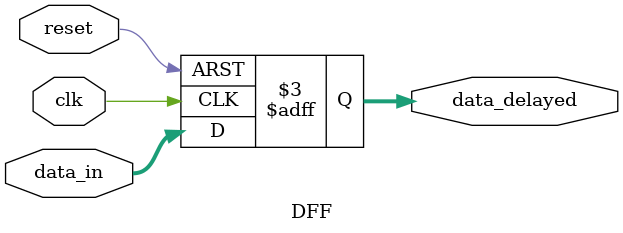
<source format=v>
module Moving_Average_FIR_Filter #(
    parameter N = 16,         // Data width
    parameter WINDOW_SIZE = 4 // For a window size of 4, each coefficient is 1/4.
)(
    input clk,
    input reset,
    input signed [N-1:0] data_in,
    output reg signed [N-1:0] data_out
);

// ------------------------------------------------------------------------------------------------------------
// Coefficients definition - local parameters
// ------------------------------------------------------------------------------------------------------------
localparam COEFF_WIDTH = 7;
localparam COEFF_VALUE = 7'd32; // The coefficients are defined as 32 in decimal, representing 1/4. 

// Role of Coefficients in Filters:
// 1) Weighting Input Samples: Coefficients assign different weights to each input sample 
//    during multiplication, crucial for filtering operations and emphasizing specific frequencies.
// 2) Filter Response: Coefficients directly affect the filter's frequency response, determining 
//    how the filter attenuates or amplifies different frequency components of the input signal.
// 3) Impulse Response: In FIR filters, coefficients define the impulse response's shape and duration, 
//    dictating how the filter processes input signals.
// 4) Smoothing and Noise Reduction: In moving average filters, equal coefficients help smooth the input 
//    signal by averaging multiple samples, reducing noise and rapid fluctuations.

genvar i;
generate
    // Generate block to create multiple instances of the coefficient wires
    // This loop iterates WINDOW_SIZE times, creating instances of wire 'b'. Each wire 'b' 
    // is a temporary signal used to represent the coefficients of the moving average 
    // FIR filter, with a width of COEFF_WIDTH and a value of COEFF_VALUE.
    // The 'genvar' keyword is used to declare the variable 'i' for the generate loop.
    //
    // Using a generate block simplifies the code by eliminating repetitive 
    // declarations, making the code more modular and easier to maintain. This approach 
    // is recommended for creating multiple instances of similar structures within a 
    // design, ensuring consistency and reducing the risk of errors due to manual duplication.
    for (i = 0; i < WINDOW_SIZE; i = i + 1) begin : coeff_gen
        wire signed [COEFF_WIDTH-1:0] b = COEFF_VALUE;
    end
endgenerate

// ------------------------------------------------------------------------------------------------------------
// Delays
// ------------------------------------------------------------------------------------------------------------
// Array to hold delayed versions of the input signal
wire signed [N-1:0] delayed_signals [0:WINDOW_SIZE-2];

// Function of Delays:
// 1) Sequential Data Processing: The DFFs store the input data samples and create 
//    delayed versions of these samples. This ensures that the filter has access to the 
//    current and previous samples required for the moving average calculation.
// 2) Smooth Data Flow: By introducing these delays, the filter can continuously process 
//    input data in a smooth and orderly manner, similar to how a pipeline moves data through different stages.
// 3) Reduced Latency: Pipelining with delays helps reduce the latency in processing 
//    each input sample, as the filter can operate on the current and delayed samples simultaneously.
generate
    for (i = 0; i < WINDOW_SIZE-1; i = i + 1) begin : delay_gen
        if (i == 0) begin
            DFF #(.N(N)) DFF_inst(clk, reset, data_in, delayed_signals[i]);
        end else begin
            DFF #(.N(N)) DFF_inst(clk, reset, delayed_signals[i-1], delayed_signals[i]);
        end
    end
endgenerate

// ------------------------------------------------------------------------------------------------------------
// Multiplication
// ------------------------------------------------------------------------------------------------------------
// This section multiplies each delayed data sample (including the current 
// input data) by the corresponding coefficient. The result of each multiplication
// is stored in a separate wire (Mul).
// These multiplication operations are essential for weighting the input samples 
// according to the filter's coefficients, which in this case are all equal and 
// represent a simple averaging operation.
//wire [N-1:0] Mul [0:WINDOW_SIZE-1];
wire signed [N+COEFF_WIDTH-1:0] Mul [0:WINDOW_SIZE-1];
assign Mul[0] = data_in * coeff_gen[0].b;

generate
    for (i = 1; i < WINDOW_SIZE; i = i + 1) begin : mult_gen
        assign Mul[i] = delayed_signals[i-1] * coeff_gen[i].b;
    end
endgenerate

// ------------------------------------------------------------------------------------------------------------
// Addition
// ------------------------------------------------------------------------------------------------------------
// This section sums the results of the multiplication operations to compute 
// the final output of the moving average filter. The sum (Add_final) represents 
// the average value of the current input data and the previous input samples, 
// weighted by their coefficients.
// The addition operation is critical as it combines the weighted input samples 
// to produce the filtered output, which smooths out rapid fluctuations in the 
// input signal by averaging multiple samples.
reg signed [N+COEFF_WIDTH-1:0] Add_final;
integer j;
always @* begin
    Add_final = Mul[0];
    for (j = 1; j < WINDOW_SIZE; j = j + 1) begin
        Add_final = Add_final + Mul[j];
    end
end

// Final Calculation - Output
always @(posedge clk) begin
    if (reset) begin
        data_out <= 0;
    end else begin
        data_out <= Add_final >> COEFF_WIDTH;   // Scale down the result to match the expected coefficients 
    end
end

endmodule

// This DFF (D Flip-Flop) module is used to delay the input signal by one sample.
// Each instantiation of the DFF creates a pipeline stage, holding the current 
// input value and providing a delayed version of it at the output.
// 
// The delay created by the DFF is essential for implementing the moving average 
// calculation, as it allows the filter to access previous input samples required 
// for the averaging process. This sequential processing of input samples helps 
// in smoothing the signal and reducing noise.
//
// Ports:
// - clk: Clock input signal for synchronization.
// - reset: Reset input signal to initialize the output to zero.
// - data_in: Input data signal to be delayed.
// - data_delayed: Output data signal representing the delayed version of the input.

module DFF #(
    parameter N = 16  // Data width
)(
    input clk,
    input reset,
    input signed [N-1:0] data_in,
    output reg signed [N-1:0] data_delayed
);

always @(posedge clk or posedge reset) begin
    if (reset)
        data_delayed <= 0;
    else
        data_delayed <= data_in;
end

endmodule
</source>
